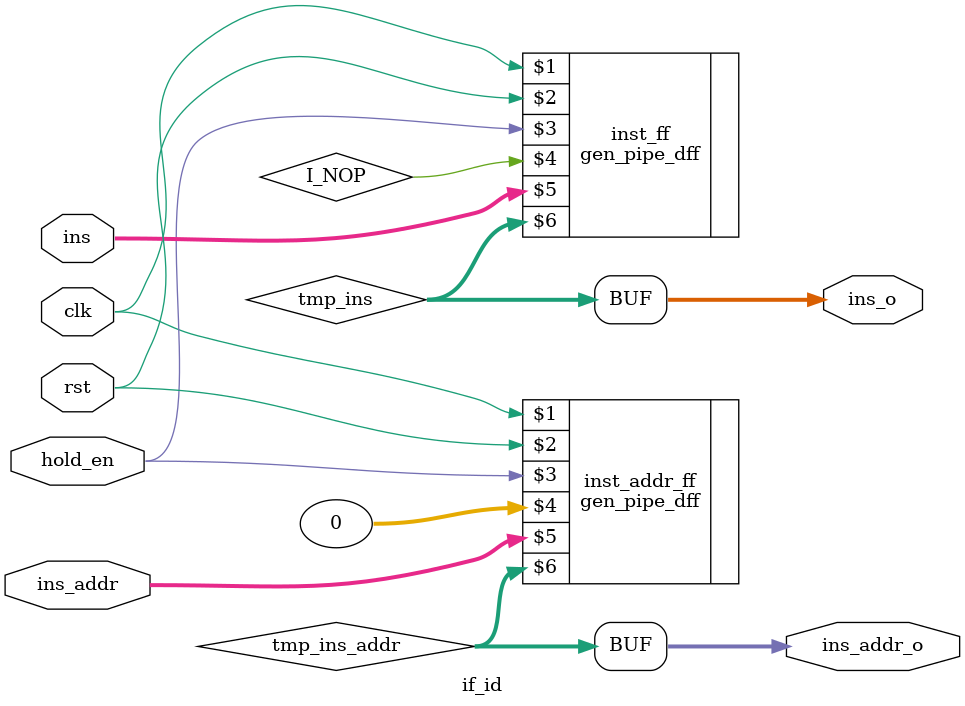
<source format=v>
`include "instruction.vh"

module if_id(

    input wire clk,
    input wire rst,

    input wire[31:0] ins,            // 指令内容
    input wire[31:0] ins_addr,   // 指令地址

    input wire hold_en, // 流水线暂停标志

    output wire[31:0] ins_o,           // 指令内容
    output wire[31:0] ins_addr_o   // 指令地址

    );


    // 还需要根据ins_addr去访问指令寄存器得到指令tmp_ins的相关代码
    //————————————————————






    //————————————————————

    wire[31:0] tmp_ins;
    gen_pipe_dff #(32) inst_ff(clk, rst, hold_en, I_NOP, ins, tmp_ins);
    assign ins_o = tmp_ins;

    wire[31:0] tmp_ins_addr;
    gen_pipe_dff #(32) inst_addr_ff(clk, rst, hold_en, 32'b0, ins_addr, tmp_ins_addr);
    assign ins_addr_o = tmp_ins_addr;

endmodule

</source>
